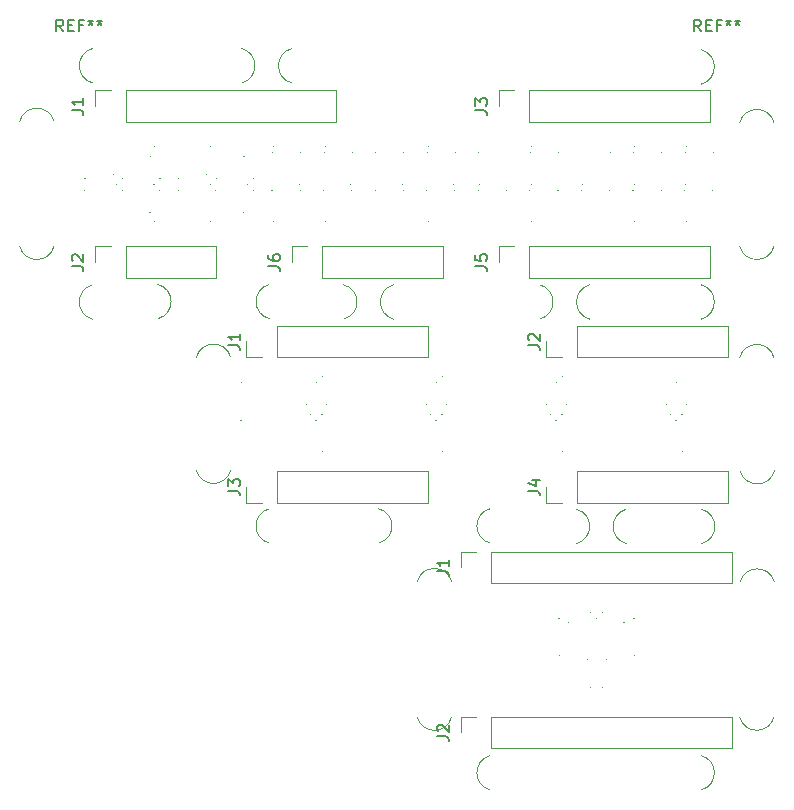
<source format=gbr>
G04 #@! TF.GenerationSoftware,KiCad,Pcbnew,(5.1.9)-1*
G04 #@! TF.CreationDate,2021-05-14T22:38:37-04:00*
G04 #@! TF.ProjectId,PanelizedDisplays,50616e65-6c69-47a6-9564-446973706c61,rev?*
G04 #@! TF.SameCoordinates,Original*
G04 #@! TF.FileFunction,Legend,Top*
G04 #@! TF.FilePolarity,Positive*
%FSLAX46Y46*%
G04 Gerber Fmt 4.6, Leading zero omitted, Abs format (unit mm)*
G04 Created by KiCad (PCBNEW (5.1.9)-1) date 2021-05-14 22:38:37*
%MOMM*%
%LPD*%
G01*
G04 APERTURE LIST*
%ADD10C,0.120000*%
%ADD11C,0.100000*%
%ADD12C,0.150000*%
G04 APERTURE END LIST*
D10*
X97920316Y-87092451D02*
G75*
G02*
X97900001Y-84187001I379684J1455451D01*
G01*
X93679684Y-84181549D02*
G75*
G02*
X93699999Y-87086999I-379684J-1455451D01*
G01*
X132578590Y-84281263D02*
G75*
G02*
X132600000Y-87187000I-378590J-1455737D01*
G01*
X135844263Y-90458410D02*
G75*
G02*
X138750000Y-90437000I1455737J-378590D01*
G01*
X138755737Y-140778590D02*
G75*
G02*
X135850000Y-140800000I-1455737J378590D01*
G01*
X132578590Y-144044263D02*
G75*
G02*
X132600000Y-146950000I-378590J-1455737D01*
G01*
X114721410Y-146955737D02*
G75*
G02*
X114700000Y-144050000I378590J1455737D01*
G01*
X111455737Y-140778590D02*
G75*
G02*
X108550000Y-140800000I-1455737J378590D01*
G01*
X96021410Y-126055737D02*
G75*
G02*
X96000000Y-123150000I378590J1455737D01*
G01*
X92755737Y-119878590D02*
G75*
G02*
X89850000Y-119900000I-1455737J378590D01*
G01*
X86578590Y-104144263D02*
G75*
G02*
X86600000Y-107050000I-378590J-1455737D01*
G01*
X96021410Y-107055737D02*
G75*
G02*
X96000000Y-104150000I378590J1455737D01*
G01*
X89844263Y-110321410D02*
G75*
G02*
X92750000Y-110300000I1455737J-378590D01*
G01*
X138755737Y-100915590D02*
G75*
G02*
X135850000Y-100937000I-1455737J378590D01*
G01*
X135844263Y-110358410D02*
G75*
G02*
X138750000Y-110337000I1455737J-378590D01*
G01*
X132578590Y-104181263D02*
G75*
G02*
X132600000Y-107087000I-378590J-1455737D01*
G01*
X105278590Y-123144263D02*
G75*
G02*
X105300000Y-126050000I-378590J-1455737D01*
G01*
X114721410Y-126055737D02*
G75*
G02*
X114700000Y-123150000I378590J1455737D01*
G01*
X108544263Y-129321410D02*
G75*
G02*
X111450000Y-129300000I1455737J-378590D01*
G01*
X81058910Y-107092737D02*
G75*
G02*
X81037500Y-104187000I378590J1455737D01*
G01*
X77793237Y-100915590D02*
G75*
G02*
X74887500Y-100937000I-1455737J378590D01*
G01*
X74881763Y-90358410D02*
G75*
G02*
X77787500Y-90337000I1455737J-378590D01*
G01*
X81058910Y-87092737D02*
G75*
G02*
X81037500Y-84187000I378590J1455737D01*
G01*
X126257816Y-126092451D02*
G75*
G02*
X126237501Y-123187001I379684J1455451D01*
G01*
X122017184Y-123181549D02*
G75*
G02*
X122037499Y-126086999I-379684J-1455451D01*
G01*
X106557816Y-107092451D02*
G75*
G02*
X106537501Y-104187001I379684J1455451D01*
G01*
X102317184Y-104181549D02*
G75*
G02*
X102337499Y-107086999I-379684J-1455451D01*
G01*
X123157816Y-107092451D02*
G75*
G02*
X123137501Y-104187001I379684J1455451D01*
G01*
X118917184Y-104181549D02*
G75*
G02*
X118937499Y-107086999I-379684J-1455451D01*
G01*
X138793237Y-119915590D02*
G75*
G02*
X135887500Y-119937000I-1455737J378590D01*
G01*
X135881763Y-129358410D02*
G75*
G02*
X138787500Y-129337000I1455737J-378590D01*
G01*
X132616090Y-123181263D02*
G75*
G02*
X132637500Y-126087000I-378590J-1455737D01*
G01*
D11*
X120572000Y-132415500D02*
G75*
G03*
X120572000Y-132415500I-50000J0D01*
G01*
D10*
X112210500Y-142079500D02*
X112210500Y-140749500D01*
X112210500Y-140749500D02*
X113540500Y-140749500D01*
X114810500Y-140749500D02*
X135190500Y-140749500D01*
X135190500Y-143409500D02*
X135190500Y-140749500D01*
X114810500Y-143409500D02*
X135190500Y-143409500D01*
X114810500Y-143409500D02*
X114810500Y-140749500D01*
X112210500Y-128109500D02*
X112210500Y-126779500D01*
X112210500Y-126779500D02*
X113540500Y-126779500D01*
X114810500Y-126779500D02*
X135190500Y-126779500D01*
X135190500Y-129439500D02*
X135190500Y-126779500D01*
X114810500Y-129439500D02*
X135190500Y-129439500D01*
X114810500Y-129439500D02*
X114810500Y-126779500D01*
D11*
X124244500Y-131918000D02*
G75*
G03*
X124244500Y-131918000I-50000J0D01*
G01*
X126922000Y-132415500D02*
G75*
G03*
X126922000Y-132415500I-50000J0D01*
G01*
X126105246Y-132734754D02*
G75*
G03*
X126105246Y-132734754I-50000J0D01*
G01*
X124244500Y-138268000D02*
G75*
G03*
X124244500Y-138268000I-50000J0D01*
G01*
X124563754Y-135909754D02*
G75*
G03*
X124563754Y-135909754I-50000J0D01*
G01*
X122930246Y-135909754D02*
G75*
G03*
X122930246Y-135909754I-50000J0D01*
G01*
X121388754Y-132734754D02*
G75*
G03*
X121388754Y-132734754I-50000J0D01*
G01*
X123249500Y-135093000D02*
G75*
G03*
X123249500Y-135093000I-50000J0D01*
G01*
X123249500Y-138268000D02*
G75*
G03*
X123249500Y-138268000I-50000J0D01*
G01*
X123747000Y-132415500D02*
G75*
G03*
X123747000Y-132415500I-50000J0D01*
G01*
X124244500Y-135093000D02*
G75*
G03*
X124244500Y-135093000I-50000J0D01*
G01*
X123747000Y-135590500D02*
G75*
G03*
X123747000Y-135590500I-50000J0D01*
G01*
X120572000Y-135590500D02*
G75*
G03*
X120572000Y-135590500I-50000J0D01*
G01*
X123249500Y-131918000D02*
G75*
G03*
X123249500Y-131918000I-50000J0D01*
G01*
X126922000Y-135590500D02*
G75*
G03*
X126922000Y-135590500I-50000J0D01*
G01*
D10*
X97903000Y-102262000D02*
X97903000Y-100932000D01*
X97903000Y-100932000D02*
X99233000Y-100932000D01*
X100503000Y-100932000D02*
X110723000Y-100932000D01*
X110723000Y-103592000D02*
X110723000Y-100932000D01*
X100503000Y-103592000D02*
X110723000Y-103592000D01*
X100503000Y-103592000D02*
X100503000Y-100932000D01*
X115429000Y-102262000D02*
X115429000Y-100932000D01*
X115429000Y-100932000D02*
X116759000Y-100932000D01*
X118029000Y-100932000D02*
X133329000Y-100932000D01*
X133329000Y-103592000D02*
X133329000Y-100932000D01*
X118029000Y-103592000D02*
X133329000Y-103592000D01*
X118029000Y-103592000D02*
X118029000Y-100932000D01*
X115429000Y-89054000D02*
X115429000Y-87724000D01*
X115429000Y-87724000D02*
X116759000Y-87724000D01*
X118029000Y-87724000D02*
X133329000Y-87724000D01*
X133329000Y-90384000D02*
X133329000Y-87724000D01*
X118029000Y-90384000D02*
X133329000Y-90384000D01*
X118029000Y-90384000D02*
X118029000Y-87724000D01*
X81266000Y-102262000D02*
X81266000Y-100932000D01*
X81266000Y-100932000D02*
X82596000Y-100932000D01*
X83866000Y-100932000D02*
X91546000Y-100932000D01*
X91546000Y-103592000D02*
X91546000Y-100932000D01*
X83866000Y-103592000D02*
X91546000Y-103592000D01*
X83866000Y-103592000D02*
X83866000Y-100932000D01*
X81266000Y-89054000D02*
X81266000Y-87724000D01*
X81266000Y-87724000D02*
X82596000Y-87724000D01*
X83866000Y-87724000D02*
X101706000Y-87724000D01*
X101706000Y-90384000D02*
X101706000Y-87724000D01*
X83866000Y-90384000D02*
X101706000Y-90384000D01*
X83866000Y-90384000D02*
X83866000Y-87724000D01*
D11*
X91536000Y-95167500D02*
G75*
G03*
X91536000Y-95167500I-50000J0D01*
G01*
X94213500Y-92490000D02*
G75*
G03*
X94213500Y-92490000I-50000J0D01*
G01*
X91038500Y-98840000D02*
G75*
G03*
X91038500Y-98840000I-50000J0D01*
G01*
X90719246Y-96481754D02*
G75*
G03*
X90719246Y-96481754I-50000J0D01*
G01*
X94213500Y-95665000D02*
G75*
G03*
X94213500Y-95665000I-50000J0D01*
G01*
X93894246Y-98023246D02*
G75*
G03*
X93894246Y-98023246I-50000J0D01*
G01*
X93894246Y-93306754D02*
G75*
G03*
X93894246Y-93306754I-50000J0D01*
G01*
X94213500Y-98840000D02*
G75*
G03*
X94213500Y-98840000I-50000J0D01*
G01*
X94711000Y-95167500D02*
G75*
G03*
X94711000Y-95167500I-50000J0D01*
G01*
X91536000Y-96162500D02*
G75*
G03*
X91536000Y-96162500I-50000J0D01*
G01*
X94711000Y-96162500D02*
G75*
G03*
X94711000Y-96162500I-50000J0D01*
G01*
X88361000Y-95167500D02*
G75*
G03*
X88361000Y-95167500I-50000J0D01*
G01*
X91038500Y-92490000D02*
G75*
G03*
X91038500Y-92490000I-50000J0D01*
G01*
X91038500Y-95665000D02*
G75*
G03*
X91038500Y-95665000I-50000J0D01*
G01*
X90719246Y-94848246D02*
G75*
G03*
X90719246Y-94848246I-50000J0D01*
G01*
X88361000Y-96162500D02*
G75*
G03*
X88361000Y-96162500I-50000J0D01*
G01*
X85970746Y-93306254D02*
G75*
G03*
X85970746Y-93306254I-50000J0D01*
G01*
X82795746Y-94847746D02*
G75*
G03*
X82795746Y-94847746I-50000J0D01*
G01*
X85970746Y-98022746D02*
G75*
G03*
X85970746Y-98022746I-50000J0D01*
G01*
X86290000Y-92489500D02*
G75*
G03*
X86290000Y-92489500I-50000J0D01*
G01*
X86290000Y-95664500D02*
G75*
G03*
X86290000Y-95664500I-50000J0D01*
G01*
X83612500Y-96162000D02*
G75*
G03*
X83612500Y-96162000I-50000J0D01*
G01*
X83115000Y-95664500D02*
G75*
G03*
X83115000Y-95664500I-50000J0D01*
G01*
X83115000Y-98839500D02*
G75*
G03*
X83115000Y-98839500I-50000J0D01*
G01*
X86787500Y-95167000D02*
G75*
G03*
X86787500Y-95167000I-50000J0D01*
G01*
X82795746Y-96481254D02*
G75*
G03*
X82795746Y-96481254I-50000J0D01*
G01*
X86787500Y-96162000D02*
G75*
G03*
X86787500Y-96162000I-50000J0D01*
G01*
X83612500Y-95167000D02*
G75*
G03*
X83612500Y-95167000I-50000J0D01*
G01*
X86290000Y-98839500D02*
G75*
G03*
X86290000Y-98839500I-50000J0D01*
G01*
X83115000Y-92489500D02*
G75*
G03*
X83115000Y-92489500I-50000J0D01*
G01*
X80437500Y-96162000D02*
G75*
G03*
X80437500Y-96162000I-50000J0D01*
G01*
X80437500Y-95167000D02*
G75*
G03*
X80437500Y-95167000I-50000J0D01*
G01*
X96399125Y-92490000D02*
G75*
G03*
X96399125Y-92490000I-50000J0D01*
G01*
X98679750Y-92987500D02*
G75*
G03*
X98679750Y-92987500I-50000J0D01*
G01*
X98679750Y-96162500D02*
G75*
G03*
X98679750Y-96162500I-50000J0D01*
G01*
X96399125Y-98840000D02*
G75*
G03*
X96399125Y-98840000I-50000J0D01*
G01*
X96298500Y-96162500D02*
G75*
G03*
X96298500Y-96162500I-50000J0D01*
G01*
X96298500Y-92987500D02*
G75*
G03*
X96298500Y-92987500I-50000J0D01*
G01*
X98579125Y-95665000D02*
G75*
G03*
X98579125Y-95665000I-50000J0D01*
G01*
X100764750Y-92490000D02*
G75*
G03*
X100764750Y-92490000I-50000J0D01*
G01*
X103045375Y-92987500D02*
G75*
G03*
X103045375Y-92987500I-50000J0D01*
G01*
X103045375Y-96162500D02*
G75*
G03*
X103045375Y-96162500I-50000J0D01*
G01*
X100764750Y-98840000D02*
G75*
G03*
X100764750Y-98840000I-50000J0D01*
G01*
X100664125Y-96162500D02*
G75*
G03*
X100664125Y-96162500I-50000J0D01*
G01*
X100664125Y-92987500D02*
G75*
G03*
X100664125Y-92987500I-50000J0D01*
G01*
X102944750Y-95665000D02*
G75*
G03*
X102944750Y-95665000I-50000J0D01*
G01*
X105130375Y-92490000D02*
G75*
G03*
X105130375Y-92490000I-50000J0D01*
G01*
X107411000Y-92987500D02*
G75*
G03*
X107411000Y-92987500I-50000J0D01*
G01*
X107411000Y-96162500D02*
G75*
G03*
X107411000Y-96162500I-50000J0D01*
G01*
X105130375Y-98840000D02*
G75*
G03*
X105130375Y-98840000I-50000J0D01*
G01*
X105029750Y-96162500D02*
G75*
G03*
X105029750Y-96162500I-50000J0D01*
G01*
X105029750Y-92987500D02*
G75*
G03*
X105029750Y-92987500I-50000J0D01*
G01*
X107310375Y-95665000D02*
G75*
G03*
X107310375Y-95665000I-50000J0D01*
G01*
X109496000Y-92490000D02*
G75*
G03*
X109496000Y-92490000I-50000J0D01*
G01*
X111776625Y-92987500D02*
G75*
G03*
X111776625Y-92987500I-50000J0D01*
G01*
X111776625Y-96162500D02*
G75*
G03*
X111776625Y-96162500I-50000J0D01*
G01*
X109496000Y-98840000D02*
G75*
G03*
X109496000Y-98840000I-50000J0D01*
G01*
X109395375Y-96162500D02*
G75*
G03*
X109395375Y-96162500I-50000J0D01*
G01*
X109395375Y-92987500D02*
G75*
G03*
X109395375Y-92987500I-50000J0D01*
G01*
X111676000Y-95665000D02*
G75*
G03*
X111676000Y-95665000I-50000J0D01*
G01*
X113861625Y-92490000D02*
G75*
G03*
X113861625Y-92490000I-50000J0D01*
G01*
X116142250Y-92987500D02*
G75*
G03*
X116142250Y-92987500I-50000J0D01*
G01*
X116142250Y-96162500D02*
G75*
G03*
X116142250Y-96162500I-50000J0D01*
G01*
X113861625Y-98840000D02*
G75*
G03*
X113861625Y-98840000I-50000J0D01*
G01*
X113761000Y-96162500D02*
G75*
G03*
X113761000Y-96162500I-50000J0D01*
G01*
X113761000Y-92987500D02*
G75*
G03*
X113761000Y-92987500I-50000J0D01*
G01*
X113861625Y-95665000D02*
G75*
G03*
X113861625Y-95665000I-50000J0D01*
G01*
X118227250Y-92490000D02*
G75*
G03*
X118227250Y-92490000I-50000J0D01*
G01*
X120507875Y-92987500D02*
G75*
G03*
X120507875Y-92987500I-50000J0D01*
G01*
X120507875Y-96162500D02*
G75*
G03*
X120507875Y-96162500I-50000J0D01*
G01*
X118227250Y-98840000D02*
G75*
G03*
X118227250Y-98840000I-50000J0D01*
G01*
X118126625Y-96162500D02*
G75*
G03*
X118126625Y-96162500I-50000J0D01*
G01*
X118126625Y-92987500D02*
G75*
G03*
X118126625Y-92987500I-50000J0D01*
G01*
X118227250Y-95665000D02*
G75*
G03*
X118227250Y-95665000I-50000J0D01*
G01*
X122592875Y-92490000D02*
G75*
G03*
X122592875Y-92490000I-50000J0D01*
G01*
X124873500Y-92987500D02*
G75*
G03*
X124873500Y-92987500I-50000J0D01*
G01*
X124873500Y-96162500D02*
G75*
G03*
X124873500Y-96162500I-50000J0D01*
G01*
X122592875Y-98840000D02*
G75*
G03*
X122592875Y-98840000I-50000J0D01*
G01*
X122492250Y-96162500D02*
G75*
G03*
X122492250Y-96162500I-50000J0D01*
G01*
X122492250Y-92987500D02*
G75*
G03*
X122492250Y-92987500I-50000J0D01*
G01*
X122592875Y-95665000D02*
G75*
G03*
X122592875Y-95665000I-50000J0D01*
G01*
X126958500Y-92490000D02*
G75*
G03*
X126958500Y-92490000I-50000J0D01*
G01*
X129239125Y-92987500D02*
G75*
G03*
X129239125Y-92987500I-50000J0D01*
G01*
X129239125Y-96162500D02*
G75*
G03*
X129239125Y-96162500I-50000J0D01*
G01*
X126958500Y-98840000D02*
G75*
G03*
X126958500Y-98840000I-50000J0D01*
G01*
X126857875Y-96162500D02*
G75*
G03*
X126857875Y-96162500I-50000J0D01*
G01*
X126857875Y-92987500D02*
G75*
G03*
X126857875Y-92987500I-50000J0D01*
G01*
X126958500Y-95665000D02*
G75*
G03*
X126958500Y-95665000I-50000J0D01*
G01*
X131324125Y-92490000D02*
G75*
G03*
X131324125Y-92490000I-50000J0D01*
G01*
X133604750Y-92987500D02*
G75*
G03*
X133604750Y-92987500I-50000J0D01*
G01*
X133604750Y-96162500D02*
G75*
G03*
X133604750Y-96162500I-50000J0D01*
G01*
X131324125Y-98840000D02*
G75*
G03*
X131324125Y-98840000I-50000J0D01*
G01*
X131223500Y-96162500D02*
G75*
G03*
X131223500Y-96162500I-50000J0D01*
G01*
X131223500Y-92987500D02*
G75*
G03*
X131223500Y-92987500I-50000J0D01*
G01*
X131324125Y-95665000D02*
G75*
G03*
X131324125Y-95665000I-50000J0D01*
G01*
D10*
X134845000Y-122631000D02*
X134845000Y-119971000D01*
X122085000Y-122631000D02*
X134845000Y-122631000D01*
X122085000Y-119971000D02*
X134845000Y-119971000D01*
X122085000Y-122631000D02*
X122085000Y-119971000D01*
X120815000Y-122631000D02*
X119485000Y-122631000D01*
X119485000Y-122631000D02*
X119485000Y-121301000D01*
X109445000Y-122631000D02*
X109445000Y-119971000D01*
X96685000Y-122631000D02*
X109445000Y-122631000D01*
X96685000Y-119971000D02*
X109445000Y-119971000D01*
X96685000Y-122631000D02*
X96685000Y-119971000D01*
X95415000Y-122631000D02*
X94085000Y-122631000D01*
X94085000Y-122631000D02*
X94085000Y-121301000D01*
X134845000Y-110312000D02*
X134845000Y-107652000D01*
X122085000Y-110312000D02*
X134845000Y-110312000D01*
X122085000Y-107652000D02*
X134845000Y-107652000D01*
X122085000Y-110312000D02*
X122085000Y-107652000D01*
X120815000Y-110312000D02*
X119485000Y-110312000D01*
X119485000Y-110312000D02*
X119485000Y-108982000D01*
X109445000Y-110312000D02*
X109445000Y-107652000D01*
X96685000Y-110312000D02*
X109445000Y-110312000D01*
X96685000Y-107652000D02*
X109445000Y-107652000D01*
X96685000Y-110312000D02*
X96685000Y-107652000D01*
X95415000Y-110312000D02*
X94085000Y-110312000D01*
X94085000Y-110312000D02*
X94085000Y-108982000D01*
D11*
X96843500Y-112461000D02*
G75*
G03*
X96843500Y-112461000I-50000J0D01*
G01*
X96843500Y-117816000D02*
G75*
G03*
X96843500Y-117816000I-50000J0D01*
G01*
X97341500Y-111963500D02*
G75*
G03*
X97341500Y-111963500I-50000J0D01*
G01*
X99202246Y-114321746D02*
G75*
G03*
X99202246Y-114321746I-50000J0D01*
G01*
X99521500Y-115138500D02*
G75*
G03*
X99521500Y-115138500I-50000J0D01*
G01*
X99202246Y-115955254D02*
G75*
G03*
X99202246Y-115955254I-50000J0D01*
G01*
X97341500Y-118313500D02*
G75*
G03*
X97341500Y-118313500I-50000J0D01*
G01*
X100019500Y-112461000D02*
G75*
G03*
X100019500Y-112461000I-50000J0D01*
G01*
X100019500Y-115636000D02*
G75*
G03*
X100019500Y-115636000I-50000J0D01*
G01*
X100516500Y-111963500D02*
G75*
G03*
X100516500Y-111963500I-50000J0D01*
G01*
X100835754Y-114321746D02*
G75*
G03*
X100835754Y-114321746I-50000J0D01*
G01*
X100516500Y-115138500D02*
G75*
G03*
X100516500Y-115138500I-50000J0D01*
G01*
X100835754Y-115955254D02*
G75*
G03*
X100835754Y-115955254I-50000J0D01*
G01*
X100516500Y-118313500D02*
G75*
G03*
X100516500Y-118313500I-50000J0D01*
G01*
X103193500Y-112461000D02*
G75*
G03*
X103193500Y-112461000I-50000J0D01*
G01*
X103193500Y-117816000D02*
G75*
G03*
X103193500Y-117816000I-50000J0D01*
G01*
X107003500Y-112461000D02*
G75*
G03*
X107003500Y-112461000I-50000J0D01*
G01*
X107003500Y-117816000D02*
G75*
G03*
X107003500Y-117816000I-50000J0D01*
G01*
X107501500Y-111963500D02*
G75*
G03*
X107501500Y-111963500I-50000J0D01*
G01*
X109362246Y-114321746D02*
G75*
G03*
X109362246Y-114321746I-50000J0D01*
G01*
X109681500Y-115138500D02*
G75*
G03*
X109681500Y-115138500I-50000J0D01*
G01*
X109362246Y-115955254D02*
G75*
G03*
X109362246Y-115955254I-50000J0D01*
G01*
X107501500Y-118313500D02*
G75*
G03*
X107501500Y-118313500I-50000J0D01*
G01*
X110179500Y-112461000D02*
G75*
G03*
X110179500Y-112461000I-50000J0D01*
G01*
X110179500Y-115636000D02*
G75*
G03*
X110179500Y-115636000I-50000J0D01*
G01*
X110676500Y-111963500D02*
G75*
G03*
X110676500Y-111963500I-50000J0D01*
G01*
X110995754Y-114321746D02*
G75*
G03*
X110995754Y-114321746I-50000J0D01*
G01*
X110676500Y-115138500D02*
G75*
G03*
X110676500Y-115138500I-50000J0D01*
G01*
X110995754Y-115955254D02*
G75*
G03*
X110995754Y-115955254I-50000J0D01*
G01*
X110676500Y-118313500D02*
G75*
G03*
X110676500Y-118313500I-50000J0D01*
G01*
X113353500Y-112461000D02*
G75*
G03*
X113353500Y-112461000I-50000J0D01*
G01*
X113353500Y-117816000D02*
G75*
G03*
X113353500Y-117816000I-50000J0D01*
G01*
X117163500Y-112461000D02*
G75*
G03*
X117163500Y-112461000I-50000J0D01*
G01*
X117163500Y-117816000D02*
G75*
G03*
X117163500Y-117816000I-50000J0D01*
G01*
X117661500Y-111963500D02*
G75*
G03*
X117661500Y-111963500I-50000J0D01*
G01*
X119522246Y-114321746D02*
G75*
G03*
X119522246Y-114321746I-50000J0D01*
G01*
X119841500Y-115138500D02*
G75*
G03*
X119841500Y-115138500I-50000J0D01*
G01*
X119522246Y-115955254D02*
G75*
G03*
X119522246Y-115955254I-50000J0D01*
G01*
X117661500Y-118313500D02*
G75*
G03*
X117661500Y-118313500I-50000J0D01*
G01*
X120339500Y-112461000D02*
G75*
G03*
X120339500Y-112461000I-50000J0D01*
G01*
X120339500Y-115636000D02*
G75*
G03*
X120339500Y-115636000I-50000J0D01*
G01*
X120836500Y-111963500D02*
G75*
G03*
X120836500Y-111963500I-50000J0D01*
G01*
X121155754Y-114321746D02*
G75*
G03*
X121155754Y-114321746I-50000J0D01*
G01*
X120836500Y-115138500D02*
G75*
G03*
X120836500Y-115138500I-50000J0D01*
G01*
X121155754Y-115955254D02*
G75*
G03*
X121155754Y-115955254I-50000J0D01*
G01*
X120836500Y-118313500D02*
G75*
G03*
X120836500Y-118313500I-50000J0D01*
G01*
X123513500Y-112461000D02*
G75*
G03*
X123513500Y-112461000I-50000J0D01*
G01*
X123513500Y-117816000D02*
G75*
G03*
X123513500Y-117816000I-50000J0D01*
G01*
X127323500Y-112461000D02*
G75*
G03*
X127323500Y-112461000I-50000J0D01*
G01*
X127323500Y-117816000D02*
G75*
G03*
X127323500Y-117816000I-50000J0D01*
G01*
X127821500Y-111963500D02*
G75*
G03*
X127821500Y-111963500I-50000J0D01*
G01*
X129682246Y-114321746D02*
G75*
G03*
X129682246Y-114321746I-50000J0D01*
G01*
X130001500Y-115138500D02*
G75*
G03*
X130001500Y-115138500I-50000J0D01*
G01*
X129682246Y-115955254D02*
G75*
G03*
X129682246Y-115955254I-50000J0D01*
G01*
X127821500Y-118313500D02*
G75*
G03*
X127821500Y-118313500I-50000J0D01*
G01*
X130499500Y-112461000D02*
G75*
G03*
X130499500Y-112461000I-50000J0D01*
G01*
X130499500Y-115639000D02*
G75*
G03*
X130499500Y-115639000I-50000J0D01*
G01*
X133176500Y-111963500D02*
G75*
G03*
X133176500Y-111963500I-50000J0D01*
G01*
X131315754Y-114321746D02*
G75*
G03*
X131315754Y-114321746I-50000J0D01*
G01*
X130996500Y-115138500D02*
G75*
G03*
X130996500Y-115138500I-50000J0D01*
G01*
X131315754Y-115955254D02*
G75*
G03*
X131315754Y-115955254I-50000J0D01*
G01*
X130996500Y-118313500D02*
G75*
G03*
X130996500Y-118313500I-50000J0D01*
G01*
X133673500Y-112461000D02*
G75*
G03*
X133673500Y-112461000I-50000J0D01*
G01*
X133673500Y-117816000D02*
G75*
G03*
X133673500Y-117816000I-50000J0D01*
G01*
X93669500Y-112461000D02*
G75*
G03*
X93669500Y-112461000I-50000J0D01*
G01*
X93669500Y-115636000D02*
G75*
G03*
X93669500Y-115636000I-50000J0D01*
G01*
D12*
X132563666Y-82728380D02*
X132230333Y-82252190D01*
X131992238Y-82728380D02*
X131992238Y-81728380D01*
X132373190Y-81728380D01*
X132468428Y-81776000D01*
X132516047Y-81823619D01*
X132563666Y-81918857D01*
X132563666Y-82061714D01*
X132516047Y-82156952D01*
X132468428Y-82204571D01*
X132373190Y-82252190D01*
X131992238Y-82252190D01*
X132992238Y-82204571D02*
X133325571Y-82204571D01*
X133468428Y-82728380D02*
X132992238Y-82728380D01*
X132992238Y-81728380D01*
X133468428Y-81728380D01*
X134230333Y-82204571D02*
X133897000Y-82204571D01*
X133897000Y-82728380D02*
X133897000Y-81728380D01*
X134373190Y-81728380D01*
X134897000Y-81728380D02*
X134897000Y-81966476D01*
X134658904Y-81871238D02*
X134897000Y-81966476D01*
X135135095Y-81871238D01*
X134754142Y-82156952D02*
X134897000Y-81966476D01*
X135039857Y-82156952D01*
X135658904Y-81728380D02*
X135658904Y-81966476D01*
X135420809Y-81871238D02*
X135658904Y-81966476D01*
X135897000Y-81871238D01*
X135516047Y-82156952D02*
X135658904Y-81966476D01*
X135801761Y-82156952D01*
X78563666Y-82728380D02*
X78230333Y-82252190D01*
X77992238Y-82728380D02*
X77992238Y-81728380D01*
X78373190Y-81728380D01*
X78468428Y-81776000D01*
X78516047Y-81823619D01*
X78563666Y-81918857D01*
X78563666Y-82061714D01*
X78516047Y-82156952D01*
X78468428Y-82204571D01*
X78373190Y-82252190D01*
X77992238Y-82252190D01*
X78992238Y-82204571D02*
X79325571Y-82204571D01*
X79468428Y-82728380D02*
X78992238Y-82728380D01*
X78992238Y-81728380D01*
X79468428Y-81728380D01*
X80230333Y-82204571D02*
X79897000Y-82204571D01*
X79897000Y-82728380D02*
X79897000Y-81728380D01*
X80373190Y-81728380D01*
X80897000Y-81728380D02*
X80897000Y-81966476D01*
X80658904Y-81871238D02*
X80897000Y-81966476D01*
X81135095Y-81871238D01*
X80754142Y-82156952D02*
X80897000Y-81966476D01*
X81039857Y-82156952D01*
X81658904Y-81728380D02*
X81658904Y-81966476D01*
X81420809Y-81871238D02*
X81658904Y-81966476D01*
X81897000Y-81871238D01*
X81516047Y-82156952D02*
X81658904Y-81966476D01*
X81801761Y-82156952D01*
X110222880Y-142412833D02*
X110937166Y-142412833D01*
X111080023Y-142460452D01*
X111175261Y-142555690D01*
X111222880Y-142698547D01*
X111222880Y-142793785D01*
X110318119Y-141984261D02*
X110270500Y-141936642D01*
X110222880Y-141841404D01*
X110222880Y-141603309D01*
X110270500Y-141508071D01*
X110318119Y-141460452D01*
X110413357Y-141412833D01*
X110508595Y-141412833D01*
X110651452Y-141460452D01*
X111222880Y-142031880D01*
X111222880Y-141412833D01*
X110222880Y-128442833D02*
X110937166Y-128442833D01*
X111080023Y-128490452D01*
X111175261Y-128585690D01*
X111222880Y-128728547D01*
X111222880Y-128823785D01*
X111222880Y-127442833D02*
X111222880Y-128014261D01*
X111222880Y-127728547D02*
X110222880Y-127728547D01*
X110365738Y-127823785D01*
X110460976Y-127919023D01*
X110508595Y-128014261D01*
X95915380Y-102595333D02*
X96629666Y-102595333D01*
X96772523Y-102642952D01*
X96867761Y-102738190D01*
X96915380Y-102881047D01*
X96915380Y-102976285D01*
X95915380Y-101690571D02*
X95915380Y-101881047D01*
X95963000Y-101976285D01*
X96010619Y-102023904D01*
X96153476Y-102119142D01*
X96343952Y-102166761D01*
X96724904Y-102166761D01*
X96820142Y-102119142D01*
X96867761Y-102071523D01*
X96915380Y-101976285D01*
X96915380Y-101785809D01*
X96867761Y-101690571D01*
X96820142Y-101642952D01*
X96724904Y-101595333D01*
X96486809Y-101595333D01*
X96391571Y-101642952D01*
X96343952Y-101690571D01*
X96296333Y-101785809D01*
X96296333Y-101976285D01*
X96343952Y-102071523D01*
X96391571Y-102119142D01*
X96486809Y-102166761D01*
X113441380Y-102595333D02*
X114155666Y-102595333D01*
X114298523Y-102642952D01*
X114393761Y-102738190D01*
X114441380Y-102881047D01*
X114441380Y-102976285D01*
X113441380Y-101642952D02*
X113441380Y-102119142D01*
X113917571Y-102166761D01*
X113869952Y-102119142D01*
X113822333Y-102023904D01*
X113822333Y-101785809D01*
X113869952Y-101690571D01*
X113917571Y-101642952D01*
X114012809Y-101595333D01*
X114250904Y-101595333D01*
X114346142Y-101642952D01*
X114393761Y-101690571D01*
X114441380Y-101785809D01*
X114441380Y-102023904D01*
X114393761Y-102119142D01*
X114346142Y-102166761D01*
X113441380Y-89387333D02*
X114155666Y-89387333D01*
X114298523Y-89434952D01*
X114393761Y-89530190D01*
X114441380Y-89673047D01*
X114441380Y-89768285D01*
X113441380Y-89006380D02*
X113441380Y-88387333D01*
X113822333Y-88720666D01*
X113822333Y-88577809D01*
X113869952Y-88482571D01*
X113917571Y-88434952D01*
X114012809Y-88387333D01*
X114250904Y-88387333D01*
X114346142Y-88434952D01*
X114393761Y-88482571D01*
X114441380Y-88577809D01*
X114441380Y-88863523D01*
X114393761Y-88958761D01*
X114346142Y-89006380D01*
X79278380Y-102595333D02*
X79992666Y-102595333D01*
X80135523Y-102642952D01*
X80230761Y-102738190D01*
X80278380Y-102881047D01*
X80278380Y-102976285D01*
X79373619Y-102166761D02*
X79326000Y-102119142D01*
X79278380Y-102023904D01*
X79278380Y-101785809D01*
X79326000Y-101690571D01*
X79373619Y-101642952D01*
X79468857Y-101595333D01*
X79564095Y-101595333D01*
X79706952Y-101642952D01*
X80278380Y-102214380D01*
X80278380Y-101595333D01*
X79278380Y-89387333D02*
X79992666Y-89387333D01*
X80135523Y-89434952D01*
X80230761Y-89530190D01*
X80278380Y-89673047D01*
X80278380Y-89768285D01*
X80278380Y-88387333D02*
X80278380Y-88958761D01*
X80278380Y-88673047D02*
X79278380Y-88673047D01*
X79421238Y-88768285D01*
X79516476Y-88863523D01*
X79564095Y-88958761D01*
X117937380Y-121634333D02*
X118651666Y-121634333D01*
X118794523Y-121681952D01*
X118889761Y-121777190D01*
X118937380Y-121920047D01*
X118937380Y-122015285D01*
X118270714Y-120729571D02*
X118937380Y-120729571D01*
X117889761Y-120967666D02*
X118604047Y-121205761D01*
X118604047Y-120586714D01*
X92537380Y-121634333D02*
X93251666Y-121634333D01*
X93394523Y-121681952D01*
X93489761Y-121777190D01*
X93537380Y-121920047D01*
X93537380Y-122015285D01*
X92537380Y-121253380D02*
X92537380Y-120634333D01*
X92918333Y-120967666D01*
X92918333Y-120824809D01*
X92965952Y-120729571D01*
X93013571Y-120681952D01*
X93108809Y-120634333D01*
X93346904Y-120634333D01*
X93442142Y-120681952D01*
X93489761Y-120729571D01*
X93537380Y-120824809D01*
X93537380Y-121110523D01*
X93489761Y-121205761D01*
X93442142Y-121253380D01*
X117937380Y-109315333D02*
X118651666Y-109315333D01*
X118794523Y-109362952D01*
X118889761Y-109458190D01*
X118937380Y-109601047D01*
X118937380Y-109696285D01*
X118032619Y-108886761D02*
X117985000Y-108839142D01*
X117937380Y-108743904D01*
X117937380Y-108505809D01*
X117985000Y-108410571D01*
X118032619Y-108362952D01*
X118127857Y-108315333D01*
X118223095Y-108315333D01*
X118365952Y-108362952D01*
X118937380Y-108934380D01*
X118937380Y-108315333D01*
X92537380Y-109315333D02*
X93251666Y-109315333D01*
X93394523Y-109362952D01*
X93489761Y-109458190D01*
X93537380Y-109601047D01*
X93537380Y-109696285D01*
X93537380Y-108315333D02*
X93537380Y-108886761D01*
X93537380Y-108601047D02*
X92537380Y-108601047D01*
X92680238Y-108696285D01*
X92775476Y-108791523D01*
X92823095Y-108886761D01*
M02*

</source>
